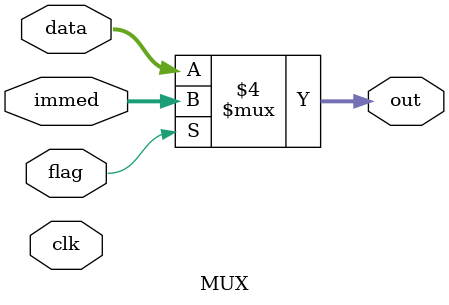
<source format=v>
`timescale 1ns / 1ps


module MUX(
    input clk,
    input [63:0] data,
    input [63:0] immed,
    input flag,
    output reg [63:0] out
);

    always@(data, immed, flag)begin
        if (flag==0)
            out <= data;
        else
            out <=immed;
    end
endmodule
</source>
